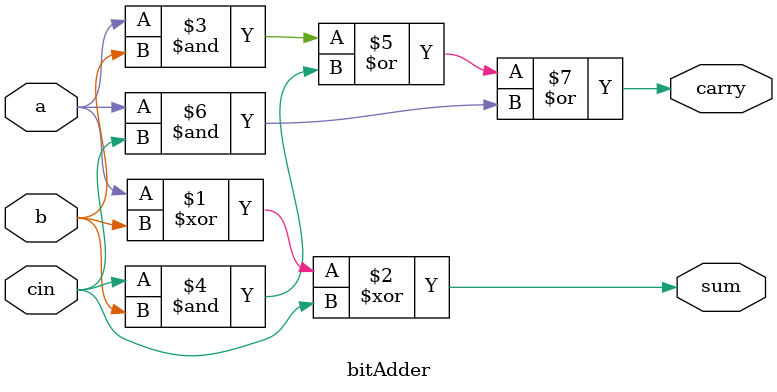
<source format=v>

module bitAdder
        (   input a,b,cin,
            output sum,carry
            );

assign sum = a ^ b ^ cin;
assign carry = (a & b) | (cin & b) | (a & cin);

endmodule
</source>
